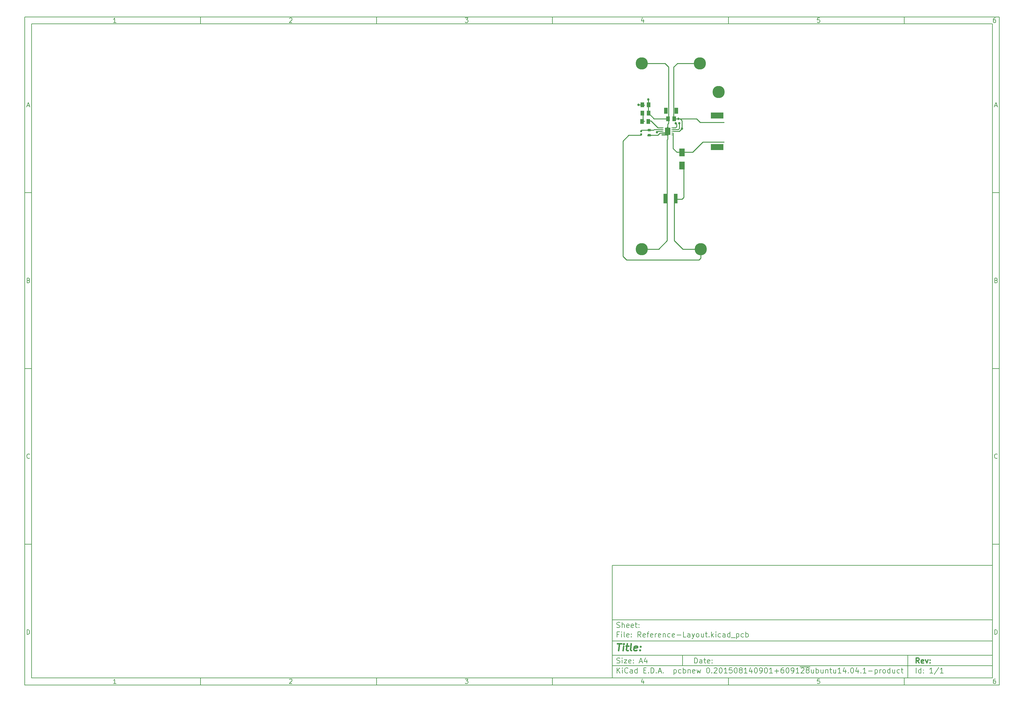
<source format=gbr>
G04 #@! TF.FileFunction,Copper,L1,Top,Signal*
%FSLAX46Y46*%
G04 Gerber Fmt 4.6, Leading zero omitted, Abs format (unit mm)*
G04 Created by KiCad (PCBNEW 0.201508140901+6091~28~ubuntu14.04.1-product) date Tue 03 Nov 2015 04:29:36 AM PST*
%MOMM*%
G01*
G04 APERTURE LIST*
%ADD10C,0.076200*%
%ADD11C,0.150000*%
%ADD12C,0.300000*%
%ADD13C,0.400000*%
%ADD14R,1.625600X2.184400*%
%ADD15R,3.606800X1.803400*%
%ADD16R,0.609600X0.558800*%
%ADD17R,1.117600X1.447800*%
%ADD18R,0.965200X0.660400*%
%ADD19R,0.600000X0.250000*%
%ADD20R,1.600000X2.000000*%
%ADD21R,1.117600X2.692400*%
%ADD22C,1.320800*%
%ADD23R,1.117600X1.803400*%
%ADD24C,3.479800*%
%ADD25C,0.685800*%
%ADD26C,0.254000*%
%ADD27C,0.304800*%
G04 APERTURE END LIST*
D10*
D11*
X177002200Y-166007200D02*
X177002200Y-198007200D01*
X285002200Y-198007200D01*
X285002200Y-166007200D01*
X177002200Y-166007200D01*
D10*
D11*
X10000000Y-10000000D02*
X10000000Y-200007200D01*
X287002200Y-200007200D01*
X287002200Y-10000000D01*
X10000000Y-10000000D01*
D10*
D11*
X12000000Y-12000000D02*
X12000000Y-198007200D01*
X285002200Y-198007200D01*
X285002200Y-12000000D01*
X12000000Y-12000000D01*
D10*
D11*
X60000000Y-12000000D02*
X60000000Y-10000000D01*
D10*
D11*
X110000000Y-12000000D02*
X110000000Y-10000000D01*
D10*
D11*
X160000000Y-12000000D02*
X160000000Y-10000000D01*
D10*
D11*
X210000000Y-12000000D02*
X210000000Y-10000000D01*
D10*
D11*
X260000000Y-12000000D02*
X260000000Y-10000000D01*
D10*
D11*
X35990476Y-11588095D02*
X35247619Y-11588095D01*
X35619048Y-11588095D02*
X35619048Y-10288095D01*
X35495238Y-10473810D01*
X35371429Y-10597619D01*
X35247619Y-10659524D01*
D10*
D11*
X85247619Y-10411905D02*
X85309524Y-10350000D01*
X85433333Y-10288095D01*
X85742857Y-10288095D01*
X85866667Y-10350000D01*
X85928571Y-10411905D01*
X85990476Y-10535714D01*
X85990476Y-10659524D01*
X85928571Y-10845238D01*
X85185714Y-11588095D01*
X85990476Y-11588095D01*
D10*
D11*
X135185714Y-10288095D02*
X135990476Y-10288095D01*
X135557143Y-10783333D01*
X135742857Y-10783333D01*
X135866667Y-10845238D01*
X135928571Y-10907143D01*
X135990476Y-11030952D01*
X135990476Y-11340476D01*
X135928571Y-11464286D01*
X135866667Y-11526190D01*
X135742857Y-11588095D01*
X135371429Y-11588095D01*
X135247619Y-11526190D01*
X135185714Y-11464286D01*
D10*
D11*
X185866667Y-10721429D02*
X185866667Y-11588095D01*
X185557143Y-10226190D02*
X185247619Y-11154762D01*
X186052381Y-11154762D01*
D10*
D11*
X235928571Y-10288095D02*
X235309524Y-10288095D01*
X235247619Y-10907143D01*
X235309524Y-10845238D01*
X235433333Y-10783333D01*
X235742857Y-10783333D01*
X235866667Y-10845238D01*
X235928571Y-10907143D01*
X235990476Y-11030952D01*
X235990476Y-11340476D01*
X235928571Y-11464286D01*
X235866667Y-11526190D01*
X235742857Y-11588095D01*
X235433333Y-11588095D01*
X235309524Y-11526190D01*
X235247619Y-11464286D01*
D10*
D11*
X285866667Y-10288095D02*
X285619048Y-10288095D01*
X285495238Y-10350000D01*
X285433333Y-10411905D01*
X285309524Y-10597619D01*
X285247619Y-10845238D01*
X285247619Y-11340476D01*
X285309524Y-11464286D01*
X285371429Y-11526190D01*
X285495238Y-11588095D01*
X285742857Y-11588095D01*
X285866667Y-11526190D01*
X285928571Y-11464286D01*
X285990476Y-11340476D01*
X285990476Y-11030952D01*
X285928571Y-10907143D01*
X285866667Y-10845238D01*
X285742857Y-10783333D01*
X285495238Y-10783333D01*
X285371429Y-10845238D01*
X285309524Y-10907143D01*
X285247619Y-11030952D01*
D10*
D11*
X60000000Y-198007200D02*
X60000000Y-200007200D01*
D10*
D11*
X110000000Y-198007200D02*
X110000000Y-200007200D01*
D10*
D11*
X160000000Y-198007200D02*
X160000000Y-200007200D01*
D10*
D11*
X210000000Y-198007200D02*
X210000000Y-200007200D01*
D10*
D11*
X260000000Y-198007200D02*
X260000000Y-200007200D01*
D10*
D11*
X35990476Y-199595295D02*
X35247619Y-199595295D01*
X35619048Y-199595295D02*
X35619048Y-198295295D01*
X35495238Y-198481010D01*
X35371429Y-198604819D01*
X35247619Y-198666724D01*
D10*
D11*
X85247619Y-198419105D02*
X85309524Y-198357200D01*
X85433333Y-198295295D01*
X85742857Y-198295295D01*
X85866667Y-198357200D01*
X85928571Y-198419105D01*
X85990476Y-198542914D01*
X85990476Y-198666724D01*
X85928571Y-198852438D01*
X85185714Y-199595295D01*
X85990476Y-199595295D01*
D10*
D11*
X135185714Y-198295295D02*
X135990476Y-198295295D01*
X135557143Y-198790533D01*
X135742857Y-198790533D01*
X135866667Y-198852438D01*
X135928571Y-198914343D01*
X135990476Y-199038152D01*
X135990476Y-199347676D01*
X135928571Y-199471486D01*
X135866667Y-199533390D01*
X135742857Y-199595295D01*
X135371429Y-199595295D01*
X135247619Y-199533390D01*
X135185714Y-199471486D01*
D10*
D11*
X185866667Y-198728629D02*
X185866667Y-199595295D01*
X185557143Y-198233390D02*
X185247619Y-199161962D01*
X186052381Y-199161962D01*
D10*
D11*
X235928571Y-198295295D02*
X235309524Y-198295295D01*
X235247619Y-198914343D01*
X235309524Y-198852438D01*
X235433333Y-198790533D01*
X235742857Y-198790533D01*
X235866667Y-198852438D01*
X235928571Y-198914343D01*
X235990476Y-199038152D01*
X235990476Y-199347676D01*
X235928571Y-199471486D01*
X235866667Y-199533390D01*
X235742857Y-199595295D01*
X235433333Y-199595295D01*
X235309524Y-199533390D01*
X235247619Y-199471486D01*
D10*
D11*
X285866667Y-198295295D02*
X285619048Y-198295295D01*
X285495238Y-198357200D01*
X285433333Y-198419105D01*
X285309524Y-198604819D01*
X285247619Y-198852438D01*
X285247619Y-199347676D01*
X285309524Y-199471486D01*
X285371429Y-199533390D01*
X285495238Y-199595295D01*
X285742857Y-199595295D01*
X285866667Y-199533390D01*
X285928571Y-199471486D01*
X285990476Y-199347676D01*
X285990476Y-199038152D01*
X285928571Y-198914343D01*
X285866667Y-198852438D01*
X285742857Y-198790533D01*
X285495238Y-198790533D01*
X285371429Y-198852438D01*
X285309524Y-198914343D01*
X285247619Y-199038152D01*
D10*
D11*
X10000000Y-60000000D02*
X12000000Y-60000000D01*
D10*
D11*
X10000000Y-110000000D02*
X12000000Y-110000000D01*
D10*
D11*
X10000000Y-160000000D02*
X12000000Y-160000000D01*
D10*
D11*
X10690476Y-35216667D02*
X11309524Y-35216667D01*
X10566667Y-35588095D02*
X11000000Y-34288095D01*
X11433333Y-35588095D01*
D10*
D11*
X11092857Y-84907143D02*
X11278571Y-84969048D01*
X11340476Y-85030952D01*
X11402381Y-85154762D01*
X11402381Y-85340476D01*
X11340476Y-85464286D01*
X11278571Y-85526190D01*
X11154762Y-85588095D01*
X10659524Y-85588095D01*
X10659524Y-84288095D01*
X11092857Y-84288095D01*
X11216667Y-84350000D01*
X11278571Y-84411905D01*
X11340476Y-84535714D01*
X11340476Y-84659524D01*
X11278571Y-84783333D01*
X11216667Y-84845238D01*
X11092857Y-84907143D01*
X10659524Y-84907143D01*
D10*
D11*
X11402381Y-135464286D02*
X11340476Y-135526190D01*
X11154762Y-135588095D01*
X11030952Y-135588095D01*
X10845238Y-135526190D01*
X10721429Y-135402381D01*
X10659524Y-135278571D01*
X10597619Y-135030952D01*
X10597619Y-134845238D01*
X10659524Y-134597619D01*
X10721429Y-134473810D01*
X10845238Y-134350000D01*
X11030952Y-134288095D01*
X11154762Y-134288095D01*
X11340476Y-134350000D01*
X11402381Y-134411905D01*
D10*
D11*
X10659524Y-185588095D02*
X10659524Y-184288095D01*
X10969048Y-184288095D01*
X11154762Y-184350000D01*
X11278571Y-184473810D01*
X11340476Y-184597619D01*
X11402381Y-184845238D01*
X11402381Y-185030952D01*
X11340476Y-185278571D01*
X11278571Y-185402381D01*
X11154762Y-185526190D01*
X10969048Y-185588095D01*
X10659524Y-185588095D01*
D10*
D11*
X287002200Y-60000000D02*
X285002200Y-60000000D01*
D10*
D11*
X287002200Y-110000000D02*
X285002200Y-110000000D01*
D10*
D11*
X287002200Y-160000000D02*
X285002200Y-160000000D01*
D10*
D11*
X285692676Y-35216667D02*
X286311724Y-35216667D01*
X285568867Y-35588095D02*
X286002200Y-34288095D01*
X286435533Y-35588095D01*
D10*
D11*
X286095057Y-84907143D02*
X286280771Y-84969048D01*
X286342676Y-85030952D01*
X286404581Y-85154762D01*
X286404581Y-85340476D01*
X286342676Y-85464286D01*
X286280771Y-85526190D01*
X286156962Y-85588095D01*
X285661724Y-85588095D01*
X285661724Y-84288095D01*
X286095057Y-84288095D01*
X286218867Y-84350000D01*
X286280771Y-84411905D01*
X286342676Y-84535714D01*
X286342676Y-84659524D01*
X286280771Y-84783333D01*
X286218867Y-84845238D01*
X286095057Y-84907143D01*
X285661724Y-84907143D01*
D10*
D11*
X286404581Y-135464286D02*
X286342676Y-135526190D01*
X286156962Y-135588095D01*
X286033152Y-135588095D01*
X285847438Y-135526190D01*
X285723629Y-135402381D01*
X285661724Y-135278571D01*
X285599819Y-135030952D01*
X285599819Y-134845238D01*
X285661724Y-134597619D01*
X285723629Y-134473810D01*
X285847438Y-134350000D01*
X286033152Y-134288095D01*
X286156962Y-134288095D01*
X286342676Y-134350000D01*
X286404581Y-134411905D01*
D10*
D11*
X285661724Y-185588095D02*
X285661724Y-184288095D01*
X285971248Y-184288095D01*
X286156962Y-184350000D01*
X286280771Y-184473810D01*
X286342676Y-184597619D01*
X286404581Y-184845238D01*
X286404581Y-185030952D01*
X286342676Y-185278571D01*
X286280771Y-185402381D01*
X286156962Y-185526190D01*
X285971248Y-185588095D01*
X285661724Y-185588095D01*
D10*
D11*
X200359343Y-193785771D02*
X200359343Y-192285771D01*
X200716486Y-192285771D01*
X200930771Y-192357200D01*
X201073629Y-192500057D01*
X201145057Y-192642914D01*
X201216486Y-192928629D01*
X201216486Y-193142914D01*
X201145057Y-193428629D01*
X201073629Y-193571486D01*
X200930771Y-193714343D01*
X200716486Y-193785771D01*
X200359343Y-193785771D01*
X202502200Y-193785771D02*
X202502200Y-193000057D01*
X202430771Y-192857200D01*
X202287914Y-192785771D01*
X202002200Y-192785771D01*
X201859343Y-192857200D01*
X202502200Y-193714343D02*
X202359343Y-193785771D01*
X202002200Y-193785771D01*
X201859343Y-193714343D01*
X201787914Y-193571486D01*
X201787914Y-193428629D01*
X201859343Y-193285771D01*
X202002200Y-193214343D01*
X202359343Y-193214343D01*
X202502200Y-193142914D01*
X203002200Y-192785771D02*
X203573629Y-192785771D01*
X203216486Y-192285771D02*
X203216486Y-193571486D01*
X203287914Y-193714343D01*
X203430772Y-193785771D01*
X203573629Y-193785771D01*
X204645057Y-193714343D02*
X204502200Y-193785771D01*
X204216486Y-193785771D01*
X204073629Y-193714343D01*
X204002200Y-193571486D01*
X204002200Y-193000057D01*
X204073629Y-192857200D01*
X204216486Y-192785771D01*
X204502200Y-192785771D01*
X204645057Y-192857200D01*
X204716486Y-193000057D01*
X204716486Y-193142914D01*
X204002200Y-193285771D01*
X205359343Y-193642914D02*
X205430771Y-193714343D01*
X205359343Y-193785771D01*
X205287914Y-193714343D01*
X205359343Y-193642914D01*
X205359343Y-193785771D01*
X205359343Y-192857200D02*
X205430771Y-192928629D01*
X205359343Y-193000057D01*
X205287914Y-192928629D01*
X205359343Y-192857200D01*
X205359343Y-193000057D01*
D10*
D11*
X177002200Y-194507200D02*
X285002200Y-194507200D01*
D10*
D11*
X178359343Y-196585771D02*
X178359343Y-195085771D01*
X179216486Y-196585771D02*
X178573629Y-195728629D01*
X179216486Y-195085771D02*
X178359343Y-195942914D01*
X179859343Y-196585771D02*
X179859343Y-195585771D01*
X179859343Y-195085771D02*
X179787914Y-195157200D01*
X179859343Y-195228629D01*
X179930771Y-195157200D01*
X179859343Y-195085771D01*
X179859343Y-195228629D01*
X181430772Y-196442914D02*
X181359343Y-196514343D01*
X181145057Y-196585771D01*
X181002200Y-196585771D01*
X180787915Y-196514343D01*
X180645057Y-196371486D01*
X180573629Y-196228629D01*
X180502200Y-195942914D01*
X180502200Y-195728629D01*
X180573629Y-195442914D01*
X180645057Y-195300057D01*
X180787915Y-195157200D01*
X181002200Y-195085771D01*
X181145057Y-195085771D01*
X181359343Y-195157200D01*
X181430772Y-195228629D01*
X182716486Y-196585771D02*
X182716486Y-195800057D01*
X182645057Y-195657200D01*
X182502200Y-195585771D01*
X182216486Y-195585771D01*
X182073629Y-195657200D01*
X182716486Y-196514343D02*
X182573629Y-196585771D01*
X182216486Y-196585771D01*
X182073629Y-196514343D01*
X182002200Y-196371486D01*
X182002200Y-196228629D01*
X182073629Y-196085771D01*
X182216486Y-196014343D01*
X182573629Y-196014343D01*
X182716486Y-195942914D01*
X184073629Y-196585771D02*
X184073629Y-195085771D01*
X184073629Y-196514343D02*
X183930772Y-196585771D01*
X183645058Y-196585771D01*
X183502200Y-196514343D01*
X183430772Y-196442914D01*
X183359343Y-196300057D01*
X183359343Y-195871486D01*
X183430772Y-195728629D01*
X183502200Y-195657200D01*
X183645058Y-195585771D01*
X183930772Y-195585771D01*
X184073629Y-195657200D01*
X185930772Y-195800057D02*
X186430772Y-195800057D01*
X186645058Y-196585771D02*
X185930772Y-196585771D01*
X185930772Y-195085771D01*
X186645058Y-195085771D01*
X187287915Y-196442914D02*
X187359343Y-196514343D01*
X187287915Y-196585771D01*
X187216486Y-196514343D01*
X187287915Y-196442914D01*
X187287915Y-196585771D01*
X188002201Y-196585771D02*
X188002201Y-195085771D01*
X188359344Y-195085771D01*
X188573629Y-195157200D01*
X188716487Y-195300057D01*
X188787915Y-195442914D01*
X188859344Y-195728629D01*
X188859344Y-195942914D01*
X188787915Y-196228629D01*
X188716487Y-196371486D01*
X188573629Y-196514343D01*
X188359344Y-196585771D01*
X188002201Y-196585771D01*
X189502201Y-196442914D02*
X189573629Y-196514343D01*
X189502201Y-196585771D01*
X189430772Y-196514343D01*
X189502201Y-196442914D01*
X189502201Y-196585771D01*
X190145058Y-196157200D02*
X190859344Y-196157200D01*
X190002201Y-196585771D02*
X190502201Y-195085771D01*
X191002201Y-196585771D01*
X191502201Y-196442914D02*
X191573629Y-196514343D01*
X191502201Y-196585771D01*
X191430772Y-196514343D01*
X191502201Y-196442914D01*
X191502201Y-196585771D01*
X194502201Y-195585771D02*
X194502201Y-197085771D01*
X194502201Y-195657200D02*
X194645058Y-195585771D01*
X194930772Y-195585771D01*
X195073629Y-195657200D01*
X195145058Y-195728629D01*
X195216487Y-195871486D01*
X195216487Y-196300057D01*
X195145058Y-196442914D01*
X195073629Y-196514343D01*
X194930772Y-196585771D01*
X194645058Y-196585771D01*
X194502201Y-196514343D01*
X196502201Y-196514343D02*
X196359344Y-196585771D01*
X196073630Y-196585771D01*
X195930772Y-196514343D01*
X195859344Y-196442914D01*
X195787915Y-196300057D01*
X195787915Y-195871486D01*
X195859344Y-195728629D01*
X195930772Y-195657200D01*
X196073630Y-195585771D01*
X196359344Y-195585771D01*
X196502201Y-195657200D01*
X197145058Y-196585771D02*
X197145058Y-195085771D01*
X197145058Y-195657200D02*
X197287915Y-195585771D01*
X197573629Y-195585771D01*
X197716486Y-195657200D01*
X197787915Y-195728629D01*
X197859344Y-195871486D01*
X197859344Y-196300057D01*
X197787915Y-196442914D01*
X197716486Y-196514343D01*
X197573629Y-196585771D01*
X197287915Y-196585771D01*
X197145058Y-196514343D01*
X198502201Y-195585771D02*
X198502201Y-196585771D01*
X198502201Y-195728629D02*
X198573629Y-195657200D01*
X198716487Y-195585771D01*
X198930772Y-195585771D01*
X199073629Y-195657200D01*
X199145058Y-195800057D01*
X199145058Y-196585771D01*
X200430772Y-196514343D02*
X200287915Y-196585771D01*
X200002201Y-196585771D01*
X199859344Y-196514343D01*
X199787915Y-196371486D01*
X199787915Y-195800057D01*
X199859344Y-195657200D01*
X200002201Y-195585771D01*
X200287915Y-195585771D01*
X200430772Y-195657200D01*
X200502201Y-195800057D01*
X200502201Y-195942914D01*
X199787915Y-196085771D01*
X201002201Y-195585771D02*
X201287915Y-196585771D01*
X201573629Y-195871486D01*
X201859344Y-196585771D01*
X202145058Y-195585771D01*
X204145058Y-195085771D02*
X204287915Y-195085771D01*
X204430772Y-195157200D01*
X204502201Y-195228629D01*
X204573630Y-195371486D01*
X204645058Y-195657200D01*
X204645058Y-196014343D01*
X204573630Y-196300057D01*
X204502201Y-196442914D01*
X204430772Y-196514343D01*
X204287915Y-196585771D01*
X204145058Y-196585771D01*
X204002201Y-196514343D01*
X203930772Y-196442914D01*
X203859344Y-196300057D01*
X203787915Y-196014343D01*
X203787915Y-195657200D01*
X203859344Y-195371486D01*
X203930772Y-195228629D01*
X204002201Y-195157200D01*
X204145058Y-195085771D01*
X205287915Y-196442914D02*
X205359343Y-196514343D01*
X205287915Y-196585771D01*
X205216486Y-196514343D01*
X205287915Y-196442914D01*
X205287915Y-196585771D01*
X205930772Y-195228629D02*
X206002201Y-195157200D01*
X206145058Y-195085771D01*
X206502201Y-195085771D01*
X206645058Y-195157200D01*
X206716487Y-195228629D01*
X206787915Y-195371486D01*
X206787915Y-195514343D01*
X206716487Y-195728629D01*
X205859344Y-196585771D01*
X206787915Y-196585771D01*
X207716486Y-195085771D02*
X207859343Y-195085771D01*
X208002200Y-195157200D01*
X208073629Y-195228629D01*
X208145058Y-195371486D01*
X208216486Y-195657200D01*
X208216486Y-196014343D01*
X208145058Y-196300057D01*
X208073629Y-196442914D01*
X208002200Y-196514343D01*
X207859343Y-196585771D01*
X207716486Y-196585771D01*
X207573629Y-196514343D01*
X207502200Y-196442914D01*
X207430772Y-196300057D01*
X207359343Y-196014343D01*
X207359343Y-195657200D01*
X207430772Y-195371486D01*
X207502200Y-195228629D01*
X207573629Y-195157200D01*
X207716486Y-195085771D01*
X209645057Y-196585771D02*
X208787914Y-196585771D01*
X209216486Y-196585771D02*
X209216486Y-195085771D01*
X209073629Y-195300057D01*
X208930771Y-195442914D01*
X208787914Y-195514343D01*
X211002200Y-195085771D02*
X210287914Y-195085771D01*
X210216485Y-195800057D01*
X210287914Y-195728629D01*
X210430771Y-195657200D01*
X210787914Y-195657200D01*
X210930771Y-195728629D01*
X211002200Y-195800057D01*
X211073628Y-195942914D01*
X211073628Y-196300057D01*
X211002200Y-196442914D01*
X210930771Y-196514343D01*
X210787914Y-196585771D01*
X210430771Y-196585771D01*
X210287914Y-196514343D01*
X210216485Y-196442914D01*
X212002199Y-195085771D02*
X212145056Y-195085771D01*
X212287913Y-195157200D01*
X212359342Y-195228629D01*
X212430771Y-195371486D01*
X212502199Y-195657200D01*
X212502199Y-196014343D01*
X212430771Y-196300057D01*
X212359342Y-196442914D01*
X212287913Y-196514343D01*
X212145056Y-196585771D01*
X212002199Y-196585771D01*
X211859342Y-196514343D01*
X211787913Y-196442914D01*
X211716485Y-196300057D01*
X211645056Y-196014343D01*
X211645056Y-195657200D01*
X211716485Y-195371486D01*
X211787913Y-195228629D01*
X211859342Y-195157200D01*
X212002199Y-195085771D01*
X213359342Y-195728629D02*
X213216484Y-195657200D01*
X213145056Y-195585771D01*
X213073627Y-195442914D01*
X213073627Y-195371486D01*
X213145056Y-195228629D01*
X213216484Y-195157200D01*
X213359342Y-195085771D01*
X213645056Y-195085771D01*
X213787913Y-195157200D01*
X213859342Y-195228629D01*
X213930770Y-195371486D01*
X213930770Y-195442914D01*
X213859342Y-195585771D01*
X213787913Y-195657200D01*
X213645056Y-195728629D01*
X213359342Y-195728629D01*
X213216484Y-195800057D01*
X213145056Y-195871486D01*
X213073627Y-196014343D01*
X213073627Y-196300057D01*
X213145056Y-196442914D01*
X213216484Y-196514343D01*
X213359342Y-196585771D01*
X213645056Y-196585771D01*
X213787913Y-196514343D01*
X213859342Y-196442914D01*
X213930770Y-196300057D01*
X213930770Y-196014343D01*
X213859342Y-195871486D01*
X213787913Y-195800057D01*
X213645056Y-195728629D01*
X215359341Y-196585771D02*
X214502198Y-196585771D01*
X214930770Y-196585771D02*
X214930770Y-195085771D01*
X214787913Y-195300057D01*
X214645055Y-195442914D01*
X214502198Y-195514343D01*
X216645055Y-195585771D02*
X216645055Y-196585771D01*
X216287912Y-195014343D02*
X215930769Y-196085771D01*
X216859341Y-196085771D01*
X217716483Y-195085771D02*
X217859340Y-195085771D01*
X218002197Y-195157200D01*
X218073626Y-195228629D01*
X218145055Y-195371486D01*
X218216483Y-195657200D01*
X218216483Y-196014343D01*
X218145055Y-196300057D01*
X218073626Y-196442914D01*
X218002197Y-196514343D01*
X217859340Y-196585771D01*
X217716483Y-196585771D01*
X217573626Y-196514343D01*
X217502197Y-196442914D01*
X217430769Y-196300057D01*
X217359340Y-196014343D01*
X217359340Y-195657200D01*
X217430769Y-195371486D01*
X217502197Y-195228629D01*
X217573626Y-195157200D01*
X217716483Y-195085771D01*
X218930768Y-196585771D02*
X219216483Y-196585771D01*
X219359340Y-196514343D01*
X219430768Y-196442914D01*
X219573626Y-196228629D01*
X219645054Y-195942914D01*
X219645054Y-195371486D01*
X219573626Y-195228629D01*
X219502197Y-195157200D01*
X219359340Y-195085771D01*
X219073626Y-195085771D01*
X218930768Y-195157200D01*
X218859340Y-195228629D01*
X218787911Y-195371486D01*
X218787911Y-195728629D01*
X218859340Y-195871486D01*
X218930768Y-195942914D01*
X219073626Y-196014343D01*
X219359340Y-196014343D01*
X219502197Y-195942914D01*
X219573626Y-195871486D01*
X219645054Y-195728629D01*
X220573625Y-195085771D02*
X220716482Y-195085771D01*
X220859339Y-195157200D01*
X220930768Y-195228629D01*
X221002197Y-195371486D01*
X221073625Y-195657200D01*
X221073625Y-196014343D01*
X221002197Y-196300057D01*
X220930768Y-196442914D01*
X220859339Y-196514343D01*
X220716482Y-196585771D01*
X220573625Y-196585771D01*
X220430768Y-196514343D01*
X220359339Y-196442914D01*
X220287911Y-196300057D01*
X220216482Y-196014343D01*
X220216482Y-195657200D01*
X220287911Y-195371486D01*
X220359339Y-195228629D01*
X220430768Y-195157200D01*
X220573625Y-195085771D01*
X222502196Y-196585771D02*
X221645053Y-196585771D01*
X222073625Y-196585771D02*
X222073625Y-195085771D01*
X221930768Y-195300057D01*
X221787910Y-195442914D01*
X221645053Y-195514343D01*
X223145053Y-196014343D02*
X224287910Y-196014343D01*
X223716481Y-196585771D02*
X223716481Y-195442914D01*
X225645053Y-195085771D02*
X225359339Y-195085771D01*
X225216482Y-195157200D01*
X225145053Y-195228629D01*
X225002196Y-195442914D01*
X224930767Y-195728629D01*
X224930767Y-196300057D01*
X225002196Y-196442914D01*
X225073624Y-196514343D01*
X225216482Y-196585771D01*
X225502196Y-196585771D01*
X225645053Y-196514343D01*
X225716482Y-196442914D01*
X225787910Y-196300057D01*
X225787910Y-195942914D01*
X225716482Y-195800057D01*
X225645053Y-195728629D01*
X225502196Y-195657200D01*
X225216482Y-195657200D01*
X225073624Y-195728629D01*
X225002196Y-195800057D01*
X224930767Y-195942914D01*
X226716481Y-195085771D02*
X226859338Y-195085771D01*
X227002195Y-195157200D01*
X227073624Y-195228629D01*
X227145053Y-195371486D01*
X227216481Y-195657200D01*
X227216481Y-196014343D01*
X227145053Y-196300057D01*
X227073624Y-196442914D01*
X227002195Y-196514343D01*
X226859338Y-196585771D01*
X226716481Y-196585771D01*
X226573624Y-196514343D01*
X226502195Y-196442914D01*
X226430767Y-196300057D01*
X226359338Y-196014343D01*
X226359338Y-195657200D01*
X226430767Y-195371486D01*
X226502195Y-195228629D01*
X226573624Y-195157200D01*
X226716481Y-195085771D01*
X227930766Y-196585771D02*
X228216481Y-196585771D01*
X228359338Y-196514343D01*
X228430766Y-196442914D01*
X228573624Y-196228629D01*
X228645052Y-195942914D01*
X228645052Y-195371486D01*
X228573624Y-195228629D01*
X228502195Y-195157200D01*
X228359338Y-195085771D01*
X228073624Y-195085771D01*
X227930766Y-195157200D01*
X227859338Y-195228629D01*
X227787909Y-195371486D01*
X227787909Y-195728629D01*
X227859338Y-195871486D01*
X227930766Y-195942914D01*
X228073624Y-196014343D01*
X228359338Y-196014343D01*
X228502195Y-195942914D01*
X228573624Y-195871486D01*
X228645052Y-195728629D01*
X230073623Y-196585771D02*
X229216480Y-196585771D01*
X229645052Y-196585771D02*
X229645052Y-195085771D01*
X229502195Y-195300057D01*
X229359337Y-195442914D01*
X229216480Y-195514343D01*
X230645051Y-195228629D02*
X230716480Y-195157200D01*
X230859337Y-195085771D01*
X231216480Y-195085771D01*
X231359337Y-195157200D01*
X231430766Y-195228629D01*
X231502194Y-195371486D01*
X231502194Y-195514343D01*
X231430766Y-195728629D01*
X230573623Y-196585771D01*
X231502194Y-196585771D01*
X232359337Y-195728629D02*
X232216479Y-195657200D01*
X232145051Y-195585771D01*
X232073622Y-195442914D01*
X232073622Y-195371486D01*
X232145051Y-195228629D01*
X232216479Y-195157200D01*
X232359337Y-195085771D01*
X232645051Y-195085771D01*
X232787908Y-195157200D01*
X232859337Y-195228629D01*
X232930765Y-195371486D01*
X232930765Y-195442914D01*
X232859337Y-195585771D01*
X232787908Y-195657200D01*
X232645051Y-195728629D01*
X232359337Y-195728629D01*
X232216479Y-195800057D01*
X232145051Y-195871486D01*
X232073622Y-196014343D01*
X232073622Y-196300057D01*
X232145051Y-196442914D01*
X232216479Y-196514343D01*
X232359337Y-196585771D01*
X232645051Y-196585771D01*
X232787908Y-196514343D01*
X232859337Y-196442914D01*
X232930765Y-196300057D01*
X232930765Y-196014343D01*
X232859337Y-195871486D01*
X232787908Y-195800057D01*
X232645051Y-195728629D01*
X230359337Y-194827200D02*
X233216479Y-194827200D01*
X234216479Y-195585771D02*
X234216479Y-196585771D01*
X233573622Y-195585771D02*
X233573622Y-196371486D01*
X233645050Y-196514343D01*
X233787908Y-196585771D01*
X234002193Y-196585771D01*
X234145050Y-196514343D01*
X234216479Y-196442914D01*
X234930765Y-196585771D02*
X234930765Y-195085771D01*
X234930765Y-195657200D02*
X235073622Y-195585771D01*
X235359336Y-195585771D01*
X235502193Y-195657200D01*
X235573622Y-195728629D01*
X235645051Y-195871486D01*
X235645051Y-196300057D01*
X235573622Y-196442914D01*
X235502193Y-196514343D01*
X235359336Y-196585771D01*
X235073622Y-196585771D01*
X234930765Y-196514343D01*
X236930765Y-195585771D02*
X236930765Y-196585771D01*
X236287908Y-195585771D02*
X236287908Y-196371486D01*
X236359336Y-196514343D01*
X236502194Y-196585771D01*
X236716479Y-196585771D01*
X236859336Y-196514343D01*
X236930765Y-196442914D01*
X237645051Y-195585771D02*
X237645051Y-196585771D01*
X237645051Y-195728629D02*
X237716479Y-195657200D01*
X237859337Y-195585771D01*
X238073622Y-195585771D01*
X238216479Y-195657200D01*
X238287908Y-195800057D01*
X238287908Y-196585771D01*
X238787908Y-195585771D02*
X239359337Y-195585771D01*
X239002194Y-195085771D02*
X239002194Y-196371486D01*
X239073622Y-196514343D01*
X239216480Y-196585771D01*
X239359337Y-196585771D01*
X240502194Y-195585771D02*
X240502194Y-196585771D01*
X239859337Y-195585771D02*
X239859337Y-196371486D01*
X239930765Y-196514343D01*
X240073623Y-196585771D01*
X240287908Y-196585771D01*
X240430765Y-196514343D01*
X240502194Y-196442914D01*
X242002194Y-196585771D02*
X241145051Y-196585771D01*
X241573623Y-196585771D02*
X241573623Y-195085771D01*
X241430766Y-195300057D01*
X241287908Y-195442914D01*
X241145051Y-195514343D01*
X243287908Y-195585771D02*
X243287908Y-196585771D01*
X242930765Y-195014343D02*
X242573622Y-196085771D01*
X243502194Y-196085771D01*
X244073622Y-196442914D02*
X244145050Y-196514343D01*
X244073622Y-196585771D01*
X244002193Y-196514343D01*
X244073622Y-196442914D01*
X244073622Y-196585771D01*
X245073622Y-195085771D02*
X245216479Y-195085771D01*
X245359336Y-195157200D01*
X245430765Y-195228629D01*
X245502194Y-195371486D01*
X245573622Y-195657200D01*
X245573622Y-196014343D01*
X245502194Y-196300057D01*
X245430765Y-196442914D01*
X245359336Y-196514343D01*
X245216479Y-196585771D01*
X245073622Y-196585771D01*
X244930765Y-196514343D01*
X244859336Y-196442914D01*
X244787908Y-196300057D01*
X244716479Y-196014343D01*
X244716479Y-195657200D01*
X244787908Y-195371486D01*
X244859336Y-195228629D01*
X244930765Y-195157200D01*
X245073622Y-195085771D01*
X246859336Y-195585771D02*
X246859336Y-196585771D01*
X246502193Y-195014343D02*
X246145050Y-196085771D01*
X247073622Y-196085771D01*
X247645050Y-196442914D02*
X247716478Y-196514343D01*
X247645050Y-196585771D01*
X247573621Y-196514343D01*
X247645050Y-196442914D01*
X247645050Y-196585771D01*
X249145050Y-196585771D02*
X248287907Y-196585771D01*
X248716479Y-196585771D02*
X248716479Y-195085771D01*
X248573622Y-195300057D01*
X248430764Y-195442914D01*
X248287907Y-195514343D01*
X249787907Y-196014343D02*
X250930764Y-196014343D01*
X251645050Y-195585771D02*
X251645050Y-197085771D01*
X251645050Y-195657200D02*
X251787907Y-195585771D01*
X252073621Y-195585771D01*
X252216478Y-195657200D01*
X252287907Y-195728629D01*
X252359336Y-195871486D01*
X252359336Y-196300057D01*
X252287907Y-196442914D01*
X252216478Y-196514343D01*
X252073621Y-196585771D01*
X251787907Y-196585771D01*
X251645050Y-196514343D01*
X253002193Y-196585771D02*
X253002193Y-195585771D01*
X253002193Y-195871486D02*
X253073621Y-195728629D01*
X253145050Y-195657200D01*
X253287907Y-195585771D01*
X253430764Y-195585771D01*
X254145050Y-196585771D02*
X254002192Y-196514343D01*
X253930764Y-196442914D01*
X253859335Y-196300057D01*
X253859335Y-195871486D01*
X253930764Y-195728629D01*
X254002192Y-195657200D01*
X254145050Y-195585771D01*
X254359335Y-195585771D01*
X254502192Y-195657200D01*
X254573621Y-195728629D01*
X254645050Y-195871486D01*
X254645050Y-196300057D01*
X254573621Y-196442914D01*
X254502192Y-196514343D01*
X254359335Y-196585771D01*
X254145050Y-196585771D01*
X255930764Y-196585771D02*
X255930764Y-195085771D01*
X255930764Y-196514343D02*
X255787907Y-196585771D01*
X255502193Y-196585771D01*
X255359335Y-196514343D01*
X255287907Y-196442914D01*
X255216478Y-196300057D01*
X255216478Y-195871486D01*
X255287907Y-195728629D01*
X255359335Y-195657200D01*
X255502193Y-195585771D01*
X255787907Y-195585771D01*
X255930764Y-195657200D01*
X257287907Y-195585771D02*
X257287907Y-196585771D01*
X256645050Y-195585771D02*
X256645050Y-196371486D01*
X256716478Y-196514343D01*
X256859336Y-196585771D01*
X257073621Y-196585771D01*
X257216478Y-196514343D01*
X257287907Y-196442914D01*
X258645050Y-196514343D02*
X258502193Y-196585771D01*
X258216479Y-196585771D01*
X258073621Y-196514343D01*
X258002193Y-196442914D01*
X257930764Y-196300057D01*
X257930764Y-195871486D01*
X258002193Y-195728629D01*
X258073621Y-195657200D01*
X258216479Y-195585771D01*
X258502193Y-195585771D01*
X258645050Y-195657200D01*
X259073621Y-195585771D02*
X259645050Y-195585771D01*
X259287907Y-195085771D02*
X259287907Y-196371486D01*
X259359335Y-196514343D01*
X259502193Y-196585771D01*
X259645050Y-196585771D01*
D10*
D11*
X177002200Y-191507200D02*
X285002200Y-191507200D01*
D10*
D12*
X264216486Y-193785771D02*
X263716486Y-193071486D01*
X263359343Y-193785771D02*
X263359343Y-192285771D01*
X263930771Y-192285771D01*
X264073629Y-192357200D01*
X264145057Y-192428629D01*
X264216486Y-192571486D01*
X264216486Y-192785771D01*
X264145057Y-192928629D01*
X264073629Y-193000057D01*
X263930771Y-193071486D01*
X263359343Y-193071486D01*
X265430771Y-193714343D02*
X265287914Y-193785771D01*
X265002200Y-193785771D01*
X264859343Y-193714343D01*
X264787914Y-193571486D01*
X264787914Y-193000057D01*
X264859343Y-192857200D01*
X265002200Y-192785771D01*
X265287914Y-192785771D01*
X265430771Y-192857200D01*
X265502200Y-193000057D01*
X265502200Y-193142914D01*
X264787914Y-193285771D01*
X266002200Y-192785771D02*
X266359343Y-193785771D01*
X266716485Y-192785771D01*
X267287914Y-193642914D02*
X267359342Y-193714343D01*
X267287914Y-193785771D01*
X267216485Y-193714343D01*
X267287914Y-193642914D01*
X267287914Y-193785771D01*
X267287914Y-192857200D02*
X267359342Y-192928629D01*
X267287914Y-193000057D01*
X267216485Y-192928629D01*
X267287914Y-192857200D01*
X267287914Y-193000057D01*
D10*
D11*
X178287914Y-193714343D02*
X178502200Y-193785771D01*
X178859343Y-193785771D01*
X179002200Y-193714343D01*
X179073629Y-193642914D01*
X179145057Y-193500057D01*
X179145057Y-193357200D01*
X179073629Y-193214343D01*
X179002200Y-193142914D01*
X178859343Y-193071486D01*
X178573629Y-193000057D01*
X178430771Y-192928629D01*
X178359343Y-192857200D01*
X178287914Y-192714343D01*
X178287914Y-192571486D01*
X178359343Y-192428629D01*
X178430771Y-192357200D01*
X178573629Y-192285771D01*
X178930771Y-192285771D01*
X179145057Y-192357200D01*
X179787914Y-193785771D02*
X179787914Y-192785771D01*
X179787914Y-192285771D02*
X179716485Y-192357200D01*
X179787914Y-192428629D01*
X179859342Y-192357200D01*
X179787914Y-192285771D01*
X179787914Y-192428629D01*
X180359343Y-192785771D02*
X181145057Y-192785771D01*
X180359343Y-193785771D01*
X181145057Y-193785771D01*
X182287914Y-193714343D02*
X182145057Y-193785771D01*
X181859343Y-193785771D01*
X181716486Y-193714343D01*
X181645057Y-193571486D01*
X181645057Y-193000057D01*
X181716486Y-192857200D01*
X181859343Y-192785771D01*
X182145057Y-192785771D01*
X182287914Y-192857200D01*
X182359343Y-193000057D01*
X182359343Y-193142914D01*
X181645057Y-193285771D01*
X183002200Y-193642914D02*
X183073628Y-193714343D01*
X183002200Y-193785771D01*
X182930771Y-193714343D01*
X183002200Y-193642914D01*
X183002200Y-193785771D01*
X183002200Y-192857200D02*
X183073628Y-192928629D01*
X183002200Y-193000057D01*
X182930771Y-192928629D01*
X183002200Y-192857200D01*
X183002200Y-193000057D01*
X184787914Y-193357200D02*
X185502200Y-193357200D01*
X184645057Y-193785771D02*
X185145057Y-192285771D01*
X185645057Y-193785771D01*
X186787914Y-192785771D02*
X186787914Y-193785771D01*
X186430771Y-192214343D02*
X186073628Y-193285771D01*
X187002200Y-193285771D01*
D10*
D11*
X263359343Y-196585771D02*
X263359343Y-195085771D01*
X264716486Y-196585771D02*
X264716486Y-195085771D01*
X264716486Y-196514343D02*
X264573629Y-196585771D01*
X264287915Y-196585771D01*
X264145057Y-196514343D01*
X264073629Y-196442914D01*
X264002200Y-196300057D01*
X264002200Y-195871486D01*
X264073629Y-195728629D01*
X264145057Y-195657200D01*
X264287915Y-195585771D01*
X264573629Y-195585771D01*
X264716486Y-195657200D01*
X265430772Y-196442914D02*
X265502200Y-196514343D01*
X265430772Y-196585771D01*
X265359343Y-196514343D01*
X265430772Y-196442914D01*
X265430772Y-196585771D01*
X265430772Y-195657200D02*
X265502200Y-195728629D01*
X265430772Y-195800057D01*
X265359343Y-195728629D01*
X265430772Y-195657200D01*
X265430772Y-195800057D01*
X268073629Y-196585771D02*
X267216486Y-196585771D01*
X267645058Y-196585771D02*
X267645058Y-195085771D01*
X267502201Y-195300057D01*
X267359343Y-195442914D01*
X267216486Y-195514343D01*
X269787914Y-195014343D02*
X268502200Y-196942914D01*
X271073629Y-196585771D02*
X270216486Y-196585771D01*
X270645058Y-196585771D02*
X270645058Y-195085771D01*
X270502201Y-195300057D01*
X270359343Y-195442914D01*
X270216486Y-195514343D01*
D10*
D11*
X177002200Y-187507200D02*
X285002200Y-187507200D01*
D10*
D13*
X178454581Y-188211962D02*
X179597438Y-188211962D01*
X178776010Y-190211962D02*
X179026010Y-188211962D01*
X180014105Y-190211962D02*
X180180771Y-188878629D01*
X180264105Y-188211962D02*
X180156962Y-188307200D01*
X180240295Y-188402438D01*
X180347439Y-188307200D01*
X180264105Y-188211962D01*
X180240295Y-188402438D01*
X180847438Y-188878629D02*
X181609343Y-188878629D01*
X181216486Y-188211962D02*
X181002200Y-189926248D01*
X181073630Y-190116724D01*
X181252201Y-190211962D01*
X181442677Y-190211962D01*
X182395058Y-190211962D02*
X182216487Y-190116724D01*
X182145057Y-189926248D01*
X182359343Y-188211962D01*
X183930772Y-190116724D02*
X183728391Y-190211962D01*
X183347439Y-190211962D01*
X183168867Y-190116724D01*
X183097438Y-189926248D01*
X183192676Y-189164343D01*
X183311724Y-188973867D01*
X183514105Y-188878629D01*
X183895057Y-188878629D01*
X184073629Y-188973867D01*
X184145057Y-189164343D01*
X184121248Y-189354819D01*
X183145057Y-189545295D01*
X184895057Y-190021486D02*
X184978392Y-190116724D01*
X184871248Y-190211962D01*
X184787915Y-190116724D01*
X184895057Y-190021486D01*
X184871248Y-190211962D01*
X185026010Y-188973867D02*
X185109344Y-189069105D01*
X185002200Y-189164343D01*
X184918867Y-189069105D01*
X185026010Y-188973867D01*
X185002200Y-189164343D01*
D10*
D11*
X178859343Y-185600057D02*
X178359343Y-185600057D01*
X178359343Y-186385771D02*
X178359343Y-184885771D01*
X179073629Y-184885771D01*
X179645057Y-186385771D02*
X179645057Y-185385771D01*
X179645057Y-184885771D02*
X179573628Y-184957200D01*
X179645057Y-185028629D01*
X179716485Y-184957200D01*
X179645057Y-184885771D01*
X179645057Y-185028629D01*
X180573629Y-186385771D02*
X180430771Y-186314343D01*
X180359343Y-186171486D01*
X180359343Y-184885771D01*
X181716485Y-186314343D02*
X181573628Y-186385771D01*
X181287914Y-186385771D01*
X181145057Y-186314343D01*
X181073628Y-186171486D01*
X181073628Y-185600057D01*
X181145057Y-185457200D01*
X181287914Y-185385771D01*
X181573628Y-185385771D01*
X181716485Y-185457200D01*
X181787914Y-185600057D01*
X181787914Y-185742914D01*
X181073628Y-185885771D01*
X182430771Y-186242914D02*
X182502199Y-186314343D01*
X182430771Y-186385771D01*
X182359342Y-186314343D01*
X182430771Y-186242914D01*
X182430771Y-186385771D01*
X182430771Y-185457200D02*
X182502199Y-185528629D01*
X182430771Y-185600057D01*
X182359342Y-185528629D01*
X182430771Y-185457200D01*
X182430771Y-185600057D01*
X185145057Y-186385771D02*
X184645057Y-185671486D01*
X184287914Y-186385771D02*
X184287914Y-184885771D01*
X184859342Y-184885771D01*
X185002200Y-184957200D01*
X185073628Y-185028629D01*
X185145057Y-185171486D01*
X185145057Y-185385771D01*
X185073628Y-185528629D01*
X185002200Y-185600057D01*
X184859342Y-185671486D01*
X184287914Y-185671486D01*
X186359342Y-186314343D02*
X186216485Y-186385771D01*
X185930771Y-186385771D01*
X185787914Y-186314343D01*
X185716485Y-186171486D01*
X185716485Y-185600057D01*
X185787914Y-185457200D01*
X185930771Y-185385771D01*
X186216485Y-185385771D01*
X186359342Y-185457200D01*
X186430771Y-185600057D01*
X186430771Y-185742914D01*
X185716485Y-185885771D01*
X186859342Y-185385771D02*
X187430771Y-185385771D01*
X187073628Y-186385771D02*
X187073628Y-185100057D01*
X187145056Y-184957200D01*
X187287914Y-184885771D01*
X187430771Y-184885771D01*
X188502199Y-186314343D02*
X188359342Y-186385771D01*
X188073628Y-186385771D01*
X187930771Y-186314343D01*
X187859342Y-186171486D01*
X187859342Y-185600057D01*
X187930771Y-185457200D01*
X188073628Y-185385771D01*
X188359342Y-185385771D01*
X188502199Y-185457200D01*
X188573628Y-185600057D01*
X188573628Y-185742914D01*
X187859342Y-185885771D01*
X189216485Y-186385771D02*
X189216485Y-185385771D01*
X189216485Y-185671486D02*
X189287913Y-185528629D01*
X189359342Y-185457200D01*
X189502199Y-185385771D01*
X189645056Y-185385771D01*
X190716484Y-186314343D02*
X190573627Y-186385771D01*
X190287913Y-186385771D01*
X190145056Y-186314343D01*
X190073627Y-186171486D01*
X190073627Y-185600057D01*
X190145056Y-185457200D01*
X190287913Y-185385771D01*
X190573627Y-185385771D01*
X190716484Y-185457200D01*
X190787913Y-185600057D01*
X190787913Y-185742914D01*
X190073627Y-185885771D01*
X191430770Y-185385771D02*
X191430770Y-186385771D01*
X191430770Y-185528629D02*
X191502198Y-185457200D01*
X191645056Y-185385771D01*
X191859341Y-185385771D01*
X192002198Y-185457200D01*
X192073627Y-185600057D01*
X192073627Y-186385771D01*
X193430770Y-186314343D02*
X193287913Y-186385771D01*
X193002199Y-186385771D01*
X192859341Y-186314343D01*
X192787913Y-186242914D01*
X192716484Y-186100057D01*
X192716484Y-185671486D01*
X192787913Y-185528629D01*
X192859341Y-185457200D01*
X193002199Y-185385771D01*
X193287913Y-185385771D01*
X193430770Y-185457200D01*
X194645055Y-186314343D02*
X194502198Y-186385771D01*
X194216484Y-186385771D01*
X194073627Y-186314343D01*
X194002198Y-186171486D01*
X194002198Y-185600057D01*
X194073627Y-185457200D01*
X194216484Y-185385771D01*
X194502198Y-185385771D01*
X194645055Y-185457200D01*
X194716484Y-185600057D01*
X194716484Y-185742914D01*
X194002198Y-185885771D01*
X195359341Y-185814343D02*
X196502198Y-185814343D01*
X197930770Y-186385771D02*
X197216484Y-186385771D01*
X197216484Y-184885771D01*
X199073627Y-186385771D02*
X199073627Y-185600057D01*
X199002198Y-185457200D01*
X198859341Y-185385771D01*
X198573627Y-185385771D01*
X198430770Y-185457200D01*
X199073627Y-186314343D02*
X198930770Y-186385771D01*
X198573627Y-186385771D01*
X198430770Y-186314343D01*
X198359341Y-186171486D01*
X198359341Y-186028629D01*
X198430770Y-185885771D01*
X198573627Y-185814343D01*
X198930770Y-185814343D01*
X199073627Y-185742914D01*
X199645056Y-185385771D02*
X200002199Y-186385771D01*
X200359341Y-185385771D02*
X200002199Y-186385771D01*
X199859341Y-186742914D01*
X199787913Y-186814343D01*
X199645056Y-186885771D01*
X201145056Y-186385771D02*
X201002198Y-186314343D01*
X200930770Y-186242914D01*
X200859341Y-186100057D01*
X200859341Y-185671486D01*
X200930770Y-185528629D01*
X201002198Y-185457200D01*
X201145056Y-185385771D01*
X201359341Y-185385771D01*
X201502198Y-185457200D01*
X201573627Y-185528629D01*
X201645056Y-185671486D01*
X201645056Y-186100057D01*
X201573627Y-186242914D01*
X201502198Y-186314343D01*
X201359341Y-186385771D01*
X201145056Y-186385771D01*
X202930770Y-185385771D02*
X202930770Y-186385771D01*
X202287913Y-185385771D02*
X202287913Y-186171486D01*
X202359341Y-186314343D01*
X202502199Y-186385771D01*
X202716484Y-186385771D01*
X202859341Y-186314343D01*
X202930770Y-186242914D01*
X203430770Y-185385771D02*
X204002199Y-185385771D01*
X203645056Y-184885771D02*
X203645056Y-186171486D01*
X203716484Y-186314343D01*
X203859342Y-186385771D01*
X204002199Y-186385771D01*
X204502199Y-186242914D02*
X204573627Y-186314343D01*
X204502199Y-186385771D01*
X204430770Y-186314343D01*
X204502199Y-186242914D01*
X204502199Y-186385771D01*
X205216485Y-186385771D02*
X205216485Y-184885771D01*
X205359342Y-185814343D02*
X205787913Y-186385771D01*
X205787913Y-185385771D02*
X205216485Y-185957200D01*
X206430771Y-186385771D02*
X206430771Y-185385771D01*
X206430771Y-184885771D02*
X206359342Y-184957200D01*
X206430771Y-185028629D01*
X206502199Y-184957200D01*
X206430771Y-184885771D01*
X206430771Y-185028629D01*
X207787914Y-186314343D02*
X207645057Y-186385771D01*
X207359343Y-186385771D01*
X207216485Y-186314343D01*
X207145057Y-186242914D01*
X207073628Y-186100057D01*
X207073628Y-185671486D01*
X207145057Y-185528629D01*
X207216485Y-185457200D01*
X207359343Y-185385771D01*
X207645057Y-185385771D01*
X207787914Y-185457200D01*
X209073628Y-186385771D02*
X209073628Y-185600057D01*
X209002199Y-185457200D01*
X208859342Y-185385771D01*
X208573628Y-185385771D01*
X208430771Y-185457200D01*
X209073628Y-186314343D02*
X208930771Y-186385771D01*
X208573628Y-186385771D01*
X208430771Y-186314343D01*
X208359342Y-186171486D01*
X208359342Y-186028629D01*
X208430771Y-185885771D01*
X208573628Y-185814343D01*
X208930771Y-185814343D01*
X209073628Y-185742914D01*
X210430771Y-186385771D02*
X210430771Y-184885771D01*
X210430771Y-186314343D02*
X210287914Y-186385771D01*
X210002200Y-186385771D01*
X209859342Y-186314343D01*
X209787914Y-186242914D01*
X209716485Y-186100057D01*
X209716485Y-185671486D01*
X209787914Y-185528629D01*
X209859342Y-185457200D01*
X210002200Y-185385771D01*
X210287914Y-185385771D01*
X210430771Y-185457200D01*
X210787914Y-186528629D02*
X211930771Y-186528629D01*
X212287914Y-185385771D02*
X212287914Y-186885771D01*
X212287914Y-185457200D02*
X212430771Y-185385771D01*
X212716485Y-185385771D01*
X212859342Y-185457200D01*
X212930771Y-185528629D01*
X213002200Y-185671486D01*
X213002200Y-186100057D01*
X212930771Y-186242914D01*
X212859342Y-186314343D01*
X212716485Y-186385771D01*
X212430771Y-186385771D01*
X212287914Y-186314343D01*
X214287914Y-186314343D02*
X214145057Y-186385771D01*
X213859343Y-186385771D01*
X213716485Y-186314343D01*
X213645057Y-186242914D01*
X213573628Y-186100057D01*
X213573628Y-185671486D01*
X213645057Y-185528629D01*
X213716485Y-185457200D01*
X213859343Y-185385771D01*
X214145057Y-185385771D01*
X214287914Y-185457200D01*
X214930771Y-186385771D02*
X214930771Y-184885771D01*
X214930771Y-185457200D02*
X215073628Y-185385771D01*
X215359342Y-185385771D01*
X215502199Y-185457200D01*
X215573628Y-185528629D01*
X215645057Y-185671486D01*
X215645057Y-186100057D01*
X215573628Y-186242914D01*
X215502199Y-186314343D01*
X215359342Y-186385771D01*
X215073628Y-186385771D01*
X214930771Y-186314343D01*
D10*
D11*
X177002200Y-181507200D02*
X285002200Y-181507200D01*
D10*
D11*
X178287914Y-183614343D02*
X178502200Y-183685771D01*
X178859343Y-183685771D01*
X179002200Y-183614343D01*
X179073629Y-183542914D01*
X179145057Y-183400057D01*
X179145057Y-183257200D01*
X179073629Y-183114343D01*
X179002200Y-183042914D01*
X178859343Y-182971486D01*
X178573629Y-182900057D01*
X178430771Y-182828629D01*
X178359343Y-182757200D01*
X178287914Y-182614343D01*
X178287914Y-182471486D01*
X178359343Y-182328629D01*
X178430771Y-182257200D01*
X178573629Y-182185771D01*
X178930771Y-182185771D01*
X179145057Y-182257200D01*
X179787914Y-183685771D02*
X179787914Y-182185771D01*
X180430771Y-183685771D02*
X180430771Y-182900057D01*
X180359342Y-182757200D01*
X180216485Y-182685771D01*
X180002200Y-182685771D01*
X179859342Y-182757200D01*
X179787914Y-182828629D01*
X181716485Y-183614343D02*
X181573628Y-183685771D01*
X181287914Y-183685771D01*
X181145057Y-183614343D01*
X181073628Y-183471486D01*
X181073628Y-182900057D01*
X181145057Y-182757200D01*
X181287914Y-182685771D01*
X181573628Y-182685771D01*
X181716485Y-182757200D01*
X181787914Y-182900057D01*
X181787914Y-183042914D01*
X181073628Y-183185771D01*
X183002199Y-183614343D02*
X182859342Y-183685771D01*
X182573628Y-183685771D01*
X182430771Y-183614343D01*
X182359342Y-183471486D01*
X182359342Y-182900057D01*
X182430771Y-182757200D01*
X182573628Y-182685771D01*
X182859342Y-182685771D01*
X183002199Y-182757200D01*
X183073628Y-182900057D01*
X183073628Y-183042914D01*
X182359342Y-183185771D01*
X183502199Y-182685771D02*
X184073628Y-182685771D01*
X183716485Y-182185771D02*
X183716485Y-183471486D01*
X183787913Y-183614343D01*
X183930771Y-183685771D01*
X184073628Y-183685771D01*
X184573628Y-183542914D02*
X184645056Y-183614343D01*
X184573628Y-183685771D01*
X184502199Y-183614343D01*
X184573628Y-183542914D01*
X184573628Y-183685771D01*
X184573628Y-182757200D02*
X184645056Y-182828629D01*
X184573628Y-182900057D01*
X184502199Y-182828629D01*
X184573628Y-182757200D01*
X184573628Y-182900057D01*
D10*
D11*
X197002200Y-191507200D02*
X197002200Y-194507200D01*
D10*
D11*
X261002200Y-191507200D02*
X261002200Y-198007200D01*
D14*
X196761100Y-52247800D03*
X196761100Y-48539400D03*
D15*
X206819500Y-38049200D03*
X206819500Y-47040800D03*
D16*
X185178700Y-43345100D03*
X185178700Y-42506900D03*
D17*
X185547000Y-37363400D03*
X187350400Y-37363400D03*
X187248800Y-39725600D03*
X185445400Y-39725600D03*
X185547000Y-35026600D03*
X187350400Y-35026600D03*
D18*
X187464700Y-42227500D03*
X187464700Y-43624500D03*
D19*
X191297100Y-41519600D03*
X191297100Y-42019600D03*
X191297100Y-42519600D03*
X191297100Y-43019600D03*
X191297100Y-43519600D03*
X194097100Y-43519600D03*
X194097100Y-43019600D03*
X194097100Y-42519600D03*
X194097100Y-42019600D03*
X194097100Y-41519600D03*
D20*
X192697100Y-42519600D03*
D21*
X195059300Y-61696600D03*
X192062100Y-61696600D03*
D17*
X194589400Y-38989000D03*
X192786000Y-38989000D03*
D22*
X201815700Y-23241000D03*
X185280300Y-23241000D03*
X185280300Y-76098400D03*
X202044300Y-76098400D03*
D23*
X195186300Y-36652200D03*
X192189100Y-36652200D03*
D22*
X207149700Y-31369000D03*
D24*
X202095100Y-76047600D03*
D25*
X192697100Y-41630600D03*
X192697100Y-42519600D03*
X192697100Y-43434000D03*
X187236100Y-33502600D03*
D24*
X185331100Y-23215600D03*
X185331100Y-76047600D03*
D25*
X189649100Y-42773600D03*
X195745100Y-38963600D03*
X196761100Y-41757600D03*
D24*
X201841100Y-23215600D03*
D25*
X184442100Y-35026600D03*
X194983100Y-40233600D03*
X195999100Y-40233600D03*
D24*
X207175100Y-31343600D03*
D26*
X186956700Y-43675300D02*
X187998100Y-43675300D01*
X186956700Y-42176700D02*
X187998100Y-42176700D01*
X194602100Y-73634600D02*
X194602100Y-68554600D01*
X197015100Y-76047600D02*
X202095100Y-76047600D01*
X181648100Y-43662600D02*
X185204100Y-43662600D01*
X179997100Y-45313600D02*
X181648100Y-43662600D01*
X179997100Y-78079600D02*
X179997100Y-45313600D01*
X179997100Y-78079600D02*
X181013100Y-79095600D01*
X194602100Y-73634600D02*
X197015100Y-76047600D01*
X181013100Y-79095600D02*
X201587100Y-79095600D01*
X201587100Y-79095600D02*
X202095100Y-78587600D01*
X202095100Y-78587600D02*
X202095100Y-76047600D01*
X194602100Y-61823600D02*
X196761100Y-61823600D01*
X196761100Y-61823600D02*
X197269100Y-61315600D01*
X197269100Y-61315600D02*
X197269100Y-52806600D01*
X194602100Y-68554600D02*
X194602100Y-61823600D01*
X192570100Y-73634600D02*
X192570100Y-68554600D01*
X188861700Y-38963600D02*
X192951100Y-38963600D01*
X192951100Y-38963600D02*
X192951100Y-36677600D01*
X192951100Y-36677600D02*
X192951100Y-34391600D01*
X192951100Y-40233600D02*
X192951100Y-38963600D01*
X185331100Y-23215600D02*
X191935100Y-23215600D01*
X191935100Y-23215600D02*
X192951100Y-24257000D01*
X192951100Y-34391600D02*
X192951100Y-24257000D01*
X192697100Y-40487600D02*
X192951100Y-40233600D01*
X192697100Y-41630600D02*
X192697100Y-40487600D01*
X189903100Y-43662600D02*
X190538100Y-43027600D01*
X187490100Y-43662600D02*
X189903100Y-43662600D01*
X185331100Y-76047600D02*
X190157100Y-76047600D01*
X187210700Y-37312600D02*
X188861700Y-38963600D01*
X187210700Y-35026600D02*
X187210700Y-33528000D01*
X187210700Y-37312600D02*
X187210700Y-35026600D01*
D27*
X192595500Y-43535600D02*
X192697100Y-43434000D01*
X192265300Y-43027600D02*
X192697100Y-43434000D01*
X191096900Y-43535600D02*
X192595500Y-43535600D01*
X191096900Y-43027600D02*
X192265300Y-43027600D01*
D26*
X190538100Y-43027600D02*
X191096900Y-43027600D01*
X190157100Y-76047600D02*
X192570100Y-73634600D01*
X192570100Y-44932600D02*
X192697100Y-44805600D01*
X192697100Y-44805600D02*
X192697100Y-43434000D01*
X192570100Y-68554600D02*
X192570100Y-61823600D01*
X192570100Y-61823600D02*
X192570100Y-44932600D01*
X191084200Y-43510200D02*
X191084200Y-43586400D01*
X191084200Y-43002200D02*
X191084200Y-43078400D01*
X187198000Y-37846000D02*
X187198000Y-36804600D01*
X186778900Y-35039300D02*
X187617100Y-35039300D01*
X194271900Y-43535600D02*
X194271900Y-43027600D01*
X202730100Y-45567600D02*
X208699100Y-45567600D01*
X199809100Y-48488600D02*
X202730100Y-45567600D01*
X197269100Y-48488600D02*
X199809100Y-48488600D01*
X195364100Y-48488600D02*
X197269100Y-48488600D01*
X194271900Y-47421800D02*
X195364100Y-48488600D01*
X194271900Y-47421800D02*
X194271900Y-43535600D01*
X194259200Y-43002200D02*
X194259200Y-43078400D01*
X194259200Y-43510200D02*
X194259200Y-43586400D01*
X195491100Y-23215600D02*
X201841100Y-23215600D01*
X194449700Y-24257000D02*
X195491100Y-23215600D01*
X194449700Y-34391600D02*
X194449700Y-24257000D01*
X194449700Y-36677600D02*
X194449700Y-34391600D01*
X194449700Y-38963600D02*
X194449700Y-36677600D01*
X201968100Y-39979600D02*
X208699100Y-39979600D01*
X200952100Y-38963600D02*
X201968100Y-39979600D01*
X189903100Y-42519600D02*
X191096900Y-42519600D01*
X189649100Y-42773600D02*
X189903100Y-42519600D01*
X194271900Y-42519600D02*
X195999100Y-42519600D01*
X195999100Y-42519600D02*
X196761100Y-41757600D01*
X195745100Y-38963600D02*
X196253100Y-38963600D01*
X196253100Y-38963600D02*
X196761100Y-39471600D01*
X196761100Y-41757600D02*
X196761100Y-39471600D01*
X194449700Y-38963600D02*
X200952100Y-38963600D01*
X194259200Y-42494200D02*
X194259200Y-42570400D01*
X191084200Y-42494200D02*
X191084200Y-42570400D01*
X188734700Y-42164000D02*
X188861700Y-42037000D01*
X185204100Y-42164000D02*
X188734700Y-42164000D01*
X188861700Y-42037000D02*
X191096900Y-42037000D01*
X191084200Y-42011600D02*
X191084200Y-42087800D01*
X184442100Y-35026600D02*
X185712100Y-35026600D01*
X194271900Y-41529000D02*
X194957700Y-41529000D01*
X194957700Y-41529000D02*
X195237100Y-41249600D01*
X195237100Y-41249600D02*
X195237100Y-40487600D01*
X194983100Y-40233600D02*
X195237100Y-40487600D01*
X194259200Y-41503600D02*
X194259200Y-41579800D01*
X185280300Y-35039300D02*
X186118500Y-35039300D01*
X185712100Y-39598600D02*
X185712100Y-37312600D01*
X185280300Y-39611300D02*
X186118500Y-39611300D01*
X185699400Y-37846000D02*
X185699400Y-36804600D01*
X189903100Y-41529000D02*
X191096900Y-41529000D01*
X187998100Y-39598600D02*
X189903100Y-41529000D01*
X187210700Y-39598600D02*
X187998100Y-39598600D01*
X191084200Y-41503600D02*
X191084200Y-41579800D01*
X186778900Y-39611300D02*
X187617100Y-39611300D01*
X194271900Y-42037000D02*
X195719700Y-42037000D01*
X195719700Y-42037000D02*
X195999100Y-41757600D01*
X195999100Y-41757600D02*
X195999100Y-40233600D01*
X194259200Y-42011600D02*
X194259200Y-42087800D01*
M02*

</source>
